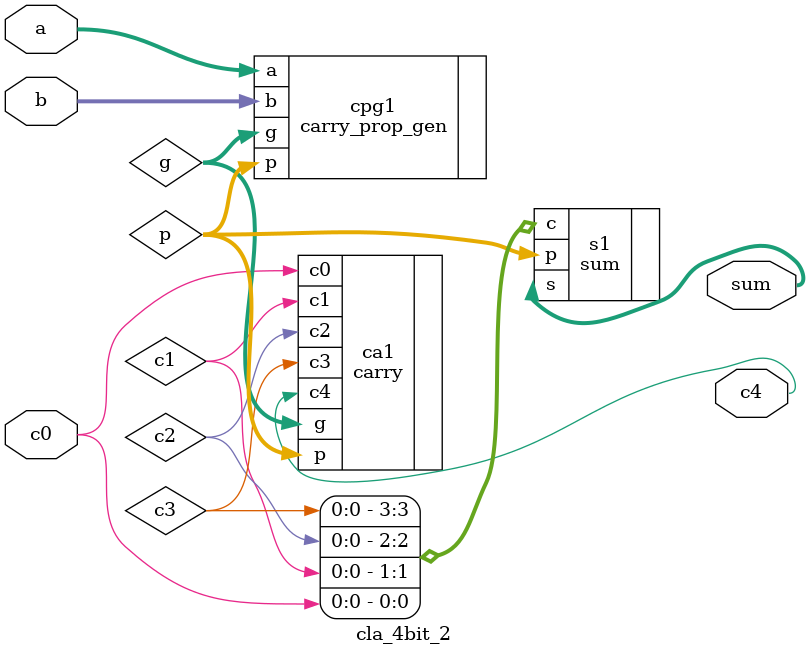
<source format=v>
module cla_4bit_2(sum,c4,a,b,c0);
	output [3:0] sum;
	output c4;
	input [3:0] a,b;
	input c0;
	wire [3:0] p,g;
	wire c1,c2,c3;
	carry_prop_gen cpg1(.p(p),.g(g),.a(a),.b(b));
	carry ca1(.c1(c1),.c2(c2),.c3(c3),.c4(c4),.p(p),.g(g),.c0(c0));
	sum s1(.s(sum),.p(p),.c({c3,c2,c1,c0}));
endmodule
</source>
